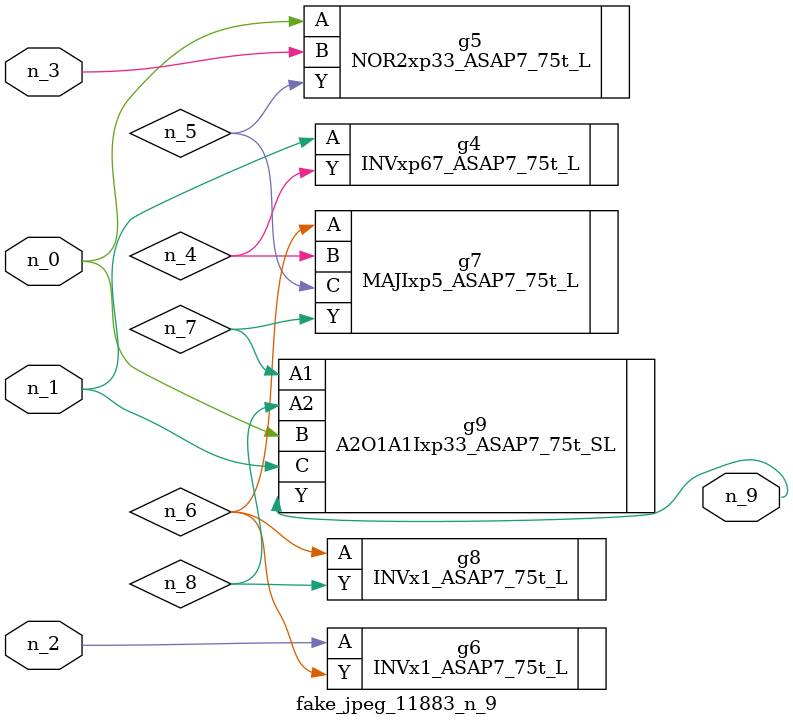
<source format=v>
module fake_jpeg_11883_n_9 (n_0, n_3, n_2, n_1, n_9);

input n_0;
input n_3;
input n_2;
input n_1;

output n_9;

wire n_4;
wire n_8;
wire n_6;
wire n_5;
wire n_7;

INVxp67_ASAP7_75t_L g4 ( 
.A(n_1),
.Y(n_4)
);

NOR2xp33_ASAP7_75t_L g5 ( 
.A(n_0),
.B(n_3),
.Y(n_5)
);

INVx1_ASAP7_75t_L g6 ( 
.A(n_2),
.Y(n_6)
);

MAJIxp5_ASAP7_75t_L g7 ( 
.A(n_6),
.B(n_4),
.C(n_5),
.Y(n_7)
);

A2O1A1Ixp33_ASAP7_75t_SL g9 ( 
.A1(n_7),
.A2(n_8),
.B(n_0),
.C(n_1),
.Y(n_9)
);

INVx1_ASAP7_75t_L g8 ( 
.A(n_6),
.Y(n_8)
);


endmodule
</source>
